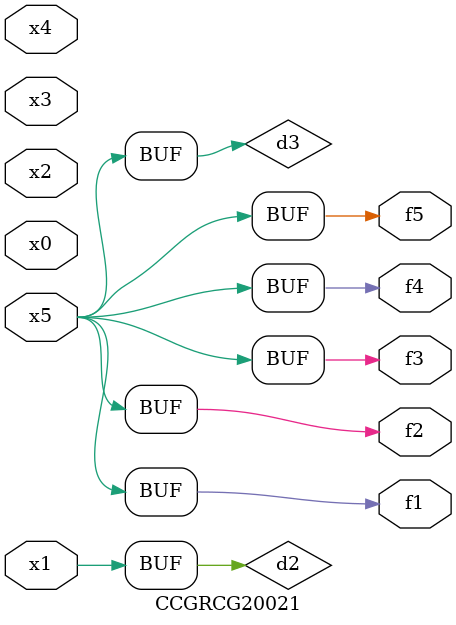
<source format=v>
module CCGRCG20021(
	input x0, x1, x2, x3, x4, x5,
	output f1, f2, f3, f4, f5
);

	wire d1, d2, d3;

	not (d1, x5);
	or (d2, x1);
	xnor (d3, d1);
	assign f1 = d3;
	assign f2 = d3;
	assign f3 = d3;
	assign f4 = d3;
	assign f5 = d3;
endmodule

</source>
